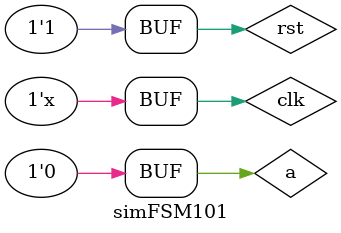
<source format=v>
`timescale 1ns / 1ps


module simFSM101(
    );
    reg a, clk, rst;
    wire z;
    FSM101 meal(.z(z),.clk(clk),.rst(rst),.a(a));
    initial begin
        clk = 0;
        rst = 1;
        #5 rst = 0;
        #3 rst = 1;
        #100 a = 0;
        #100 a = 0;
        #100 a = 1;
        #100 a = 0;
        #100 a = 1;
        #100 a = 0;
        #100 a = 1;
        #100 a = 1;
        #100 a = 0;
        #100 a = 1;
        #100 a = 0;
        #100 a = 0;
        #100 a = 1;
        #100 a = 0;
        #100 a = 1;
        #100 a = 1;
        #100 a = 0;
        #100 a = 1;
        #100 a = 0;
    end
    always #50 clk = ~clk;
endmodule
</source>
